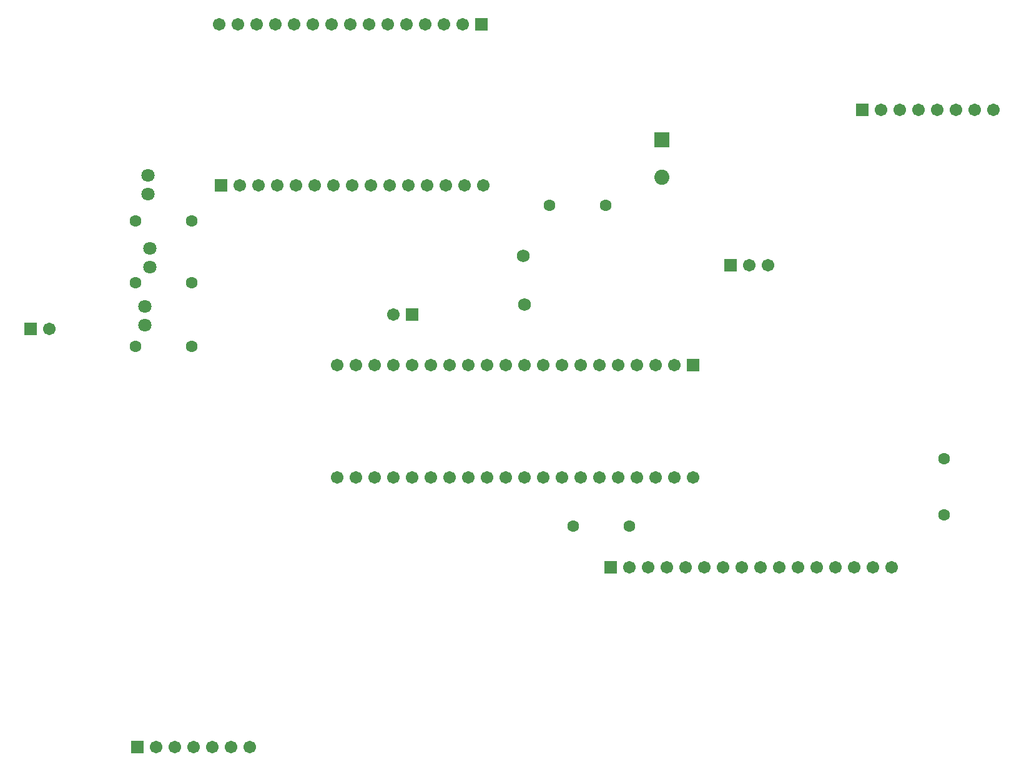
<source format=gbs>
G04 Layer_Color=16711935*
%FSLAX25Y25*%
%MOIN*%
G70*
G01*
G75*
%ADD19C,0.07099*%
%ADD20R,0.06706X0.06706*%
%ADD21C,0.06706*%
%ADD22C,0.06312*%
%ADD23R,0.06706X0.06706*%
%ADD24R,0.08083X0.08083*%
%ADD25C,0.08083*%
%ADD26C,0.06800*%
D19*
X287000Y650500D02*
D03*
Y640500D02*
D03*
X288000Y611500D02*
D03*
Y601500D02*
D03*
X285500Y580500D02*
D03*
Y570500D02*
D03*
D20*
X598000Y602500D02*
D03*
X534000Y441000D02*
D03*
X281500Y345000D02*
D03*
X668500Y685500D02*
D03*
X326000Y645000D02*
D03*
X465000Y731000D02*
D03*
X428000Y576000D02*
D03*
X224500Y568500D02*
D03*
D21*
X608000Y602500D02*
D03*
X618000D02*
D03*
X544000Y441000D02*
D03*
X554000D02*
D03*
X564000D02*
D03*
X574000D02*
D03*
X584000D02*
D03*
X594000D02*
D03*
X604000D02*
D03*
X614000D02*
D03*
X624000D02*
D03*
X634000D02*
D03*
X644000D02*
D03*
X654000D02*
D03*
X664000D02*
D03*
X674000D02*
D03*
X684000D02*
D03*
X341500Y345000D02*
D03*
X331500D02*
D03*
X321500D02*
D03*
X311500D02*
D03*
X291500D02*
D03*
X301500D02*
D03*
X568000Y549000D02*
D03*
X558000D02*
D03*
X548000D02*
D03*
X538000D02*
D03*
X528000D02*
D03*
X518000D02*
D03*
X508000D02*
D03*
X498000D02*
D03*
X488000D02*
D03*
X478000D02*
D03*
X468000D02*
D03*
X458000D02*
D03*
X448000D02*
D03*
X438000D02*
D03*
X428000D02*
D03*
X418000D02*
D03*
X408000D02*
D03*
X398000D02*
D03*
X388000D02*
D03*
X578000Y489000D02*
D03*
X568000D02*
D03*
X558000D02*
D03*
X548000D02*
D03*
X538000D02*
D03*
X528000D02*
D03*
X518000D02*
D03*
X508000D02*
D03*
X498000D02*
D03*
X488000D02*
D03*
X478000D02*
D03*
X468000D02*
D03*
X458000D02*
D03*
X448000D02*
D03*
X438000D02*
D03*
X428000D02*
D03*
X418000D02*
D03*
X408000D02*
D03*
X398000D02*
D03*
X388000D02*
D03*
X678500Y685500D02*
D03*
X688500D02*
D03*
X698500D02*
D03*
X708500D02*
D03*
X718500D02*
D03*
X728500D02*
D03*
X738500D02*
D03*
X466000Y645000D02*
D03*
X456000D02*
D03*
X446000D02*
D03*
X436000D02*
D03*
X426000D02*
D03*
X416000D02*
D03*
X406000D02*
D03*
X396000D02*
D03*
X386000D02*
D03*
X376000D02*
D03*
X366000D02*
D03*
X356000D02*
D03*
X346000D02*
D03*
X336000D02*
D03*
X325000Y731000D02*
D03*
X335000D02*
D03*
X345000D02*
D03*
X355000D02*
D03*
X365000D02*
D03*
X375000D02*
D03*
X385000D02*
D03*
X395000D02*
D03*
X405000D02*
D03*
X415000D02*
D03*
X425000D02*
D03*
X435000D02*
D03*
X445000D02*
D03*
X455000D02*
D03*
X418000Y576000D02*
D03*
X234500Y568500D02*
D03*
D22*
X310500Y626000D02*
D03*
X280500D02*
D03*
X544000Y463000D02*
D03*
X514000D02*
D03*
X310500Y593000D02*
D03*
X280500D02*
D03*
X712000Y499000D02*
D03*
Y469000D02*
D03*
X310500Y559000D02*
D03*
X280500D02*
D03*
X501500Y634500D02*
D03*
X531500D02*
D03*
D23*
X578000Y549000D02*
D03*
D24*
X561500Y669500D02*
D03*
D25*
Y649500D02*
D03*
D26*
X487500Y607500D02*
D03*
X488000Y581500D02*
D03*
M02*

</source>
